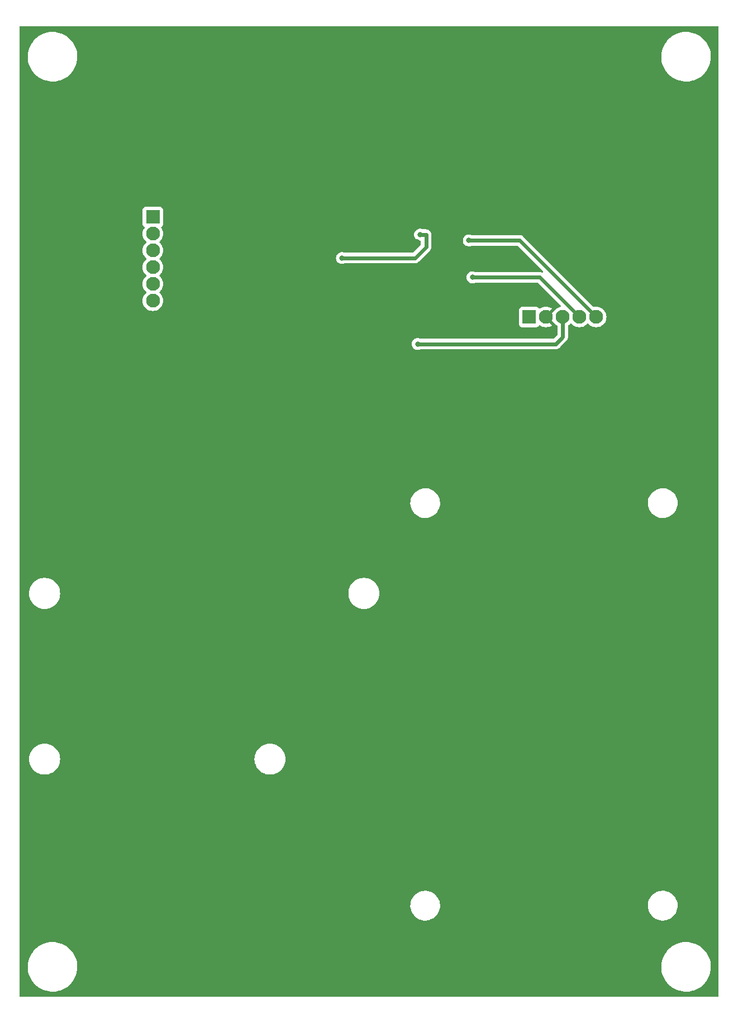
<source format=gbr>
%TF.GenerationSoftware,KiCad,Pcbnew,7.0.1*%
%TF.CreationDate,2023-04-26T11:30:26-04:00*%
%TF.ProjectId,UPenn_OpAmp,5550656e-6e5f-44f7-9041-6d702e6b6963,rev?*%
%TF.SameCoordinates,Original*%
%TF.FileFunction,Copper,L2,Bot*%
%TF.FilePolarity,Positive*%
%FSLAX46Y46*%
G04 Gerber Fmt 4.6, Leading zero omitted, Abs format (unit mm)*
G04 Created by KiCad (PCBNEW 7.0.1) date 2023-04-26 11:30:26*
%MOMM*%
%LPD*%
G01*
G04 APERTURE LIST*
%TA.AperFunction,ComponentPad*%
%ADD10R,2.100000X2.100000*%
%TD*%
%TA.AperFunction,ComponentPad*%
%ADD11C,2.100000*%
%TD*%
%TA.AperFunction,ViaPad*%
%ADD12C,0.800000*%
%TD*%
%TA.AperFunction,Conductor*%
%ADD13C,0.600000*%
%TD*%
G04 APERTURE END LIST*
D10*
%TO.P,J2,1,Pin_1*%
%TO.N,VCC*%
X130054000Y-71300000D03*
D11*
%TO.P,J2,2,Pin_2*%
%TO.N,GND*%
X132594000Y-71300000D03*
%TO.P,J2,3,Pin_3*%
%TO.N,/Vout0*%
X135134000Y-71300000D03*
%TO.P,J2,4,Pin_4*%
%TO.N,/Vout1*%
X137674000Y-71300000D03*
%TO.P,J2,5,Pin_5*%
%TO.N,/Vout2*%
X140214000Y-71300000D03*
%TD*%
D10*
%TO.P,J1,1,Pin_1*%
%TO.N,/Vin2-*%
X73024000Y-56147500D03*
D11*
%TO.P,J1,2,Pin_2*%
%TO.N,/Vin2+*%
X73024000Y-58687500D03*
%TO.P,J1,3,Pin_3*%
%TO.N,/Vin1-*%
X73024000Y-61227500D03*
%TO.P,J1,4,Pin_4*%
%TO.N,/Vin1+*%
X73024000Y-63767500D03*
%TO.P,J1,5,Pin_5*%
%TO.N,/Vin0-*%
X73024000Y-66307500D03*
%TO.P,J1,6,Pin_6*%
%TO.N,/Vin0+*%
X73024000Y-68847500D03*
%TD*%
D12*
%TO.N,GND*%
X99079000Y-48442500D03*
X95629000Y-66654000D03*
X100797000Y-66654000D03*
X115429000Y-72312500D03*
X98164000Y-82759000D03*
X111559000Y-72322500D03*
X99559000Y-44512500D03*
X118929000Y-69472500D03*
X87864000Y-50357500D03*
X83419000Y-46572500D03*
X113082000Y-59900000D03*
X108627000Y-87304000D03*
X150443500Y-58600000D03*
X149599500Y-61439800D03*
X98874000Y-62797500D03*
X109619000Y-79379000D03*
X90291500Y-74025100D03*
X99529000Y-32252500D03*
X101859000Y-41612500D03*
X95709000Y-48522500D03*
X89184000Y-96834500D03*
X80069000Y-38942500D03*
X124289000Y-57102500D03*
X96581000Y-62500000D03*
X113672000Y-50900000D03*
X106794000Y-68200000D03*
X103524000Y-91067500D03*
X103089000Y-32202500D03*
X124079000Y-52762500D03*
X101809000Y-48492500D03*
X92319000Y-48522500D03*
X87514000Y-66957500D03*
X106851000Y-71438000D03*
X103524000Y-89867500D03*
X89189000Y-81254500D03*
X149650000Y-64216000D03*
X116169000Y-64302500D03*
X98124000Y-81267500D03*
X138051000Y-48179000D03*
X98206000Y-66654000D03*
%TO.N,Net-(U5-+)*%
X101679000Y-62372500D03*
X113519000Y-58832500D03*
%TO.N,/Vout0*%
X113155000Y-75400000D03*
%TO.N,/Vout1*%
X121462000Y-65300000D03*
%TO.N,/Vout2*%
X120914000Y-59700000D03*
%TD*%
D13*
%TO.N,Net-(U5-+)*%
X113459000Y-58822500D02*
X114412000Y-58822500D01*
X114412000Y-58822500D02*
X114419000Y-58829500D01*
X114419000Y-60682500D02*
X112729000Y-62372500D01*
X114419000Y-58829500D02*
X114419000Y-60682500D01*
X101679000Y-62372500D02*
X112729000Y-62372500D01*
%TO.N,/Vout0*%
X113155000Y-75400000D02*
X134070000Y-75400000D01*
X134070000Y-75400000D02*
X135134000Y-74336000D01*
X135134000Y-74336000D02*
X135134000Y-71300000D01*
%TO.N,/Vout1*%
X131674000Y-65300000D02*
X137674000Y-71300000D01*
X121462000Y-65300000D02*
X131674000Y-65300000D01*
%TO.N,/Vout2*%
X120914000Y-59700000D02*
X128614000Y-59700000D01*
X128614000Y-59700000D02*
X140214000Y-71300000D01*
%TD*%
%TA.AperFunction,Conductor*%
%TO.N,GND*%
G36*
X158672100Y-27242513D02*
G01*
X158717487Y-27287900D01*
X158734100Y-27349900D01*
X158734100Y-174180100D01*
X158717487Y-174242100D01*
X158672100Y-174287487D01*
X158610100Y-174304100D01*
X52947900Y-174304100D01*
X52885900Y-174287487D01*
X52840513Y-174242100D01*
X52823900Y-174180100D01*
X52823900Y-169686300D01*
X54066766Y-169686300D01*
X54076722Y-170072828D01*
X54126367Y-170456286D01*
X54215176Y-170832600D01*
X54342211Y-171197797D01*
X54506117Y-171547987D01*
X54705162Y-171879469D01*
X54705164Y-171879472D01*
X54705165Y-171879473D01*
X54937241Y-172188734D01*
X55199885Y-172472495D01*
X55490314Y-172727745D01*
X55805449Y-172951781D01*
X55805453Y-172951783D01*
X56141949Y-173142228D01*
X56496242Y-173297063D01*
X56496247Y-173297065D01*
X56864588Y-173414652D01*
X57243067Y-173493743D01*
X57627673Y-173533500D01*
X57917582Y-173533500D01*
X57917589Y-173533500D01*
X58207142Y-173518574D01*
X58589191Y-173459072D01*
X58757861Y-173414652D01*
X58963092Y-173360604D01*
X58996936Y-173347844D01*
X59324896Y-173224209D01*
X59497883Y-173137744D01*
X59670751Y-173051340D01*
X59996998Y-172843826D01*
X59996999Y-172843825D01*
X59997004Y-172843822D01*
X60300187Y-172603860D01*
X60577091Y-172333997D01*
X60577091Y-172333996D01*
X60577095Y-172333993D01*
X60824777Y-172037095D01*
X60930835Y-171879469D01*
X61040627Y-171716294D01*
X61222346Y-171375002D01*
X61368009Y-171016834D01*
X61476074Y-170645587D01*
X61545394Y-170265197D01*
X61575234Y-169879696D01*
X61570253Y-169686300D01*
X150078766Y-169686300D01*
X150088722Y-170072828D01*
X150138367Y-170456286D01*
X150227176Y-170832600D01*
X150354211Y-171197797D01*
X150518117Y-171547987D01*
X150717162Y-171879469D01*
X150717164Y-171879472D01*
X150717165Y-171879473D01*
X150949241Y-172188734D01*
X151211885Y-172472495D01*
X151502314Y-172727745D01*
X151817449Y-172951781D01*
X151817453Y-172951783D01*
X152153949Y-173142228D01*
X152508242Y-173297063D01*
X152508247Y-173297065D01*
X152876588Y-173414652D01*
X153255067Y-173493743D01*
X153639673Y-173533500D01*
X153929582Y-173533500D01*
X153929589Y-173533500D01*
X154219142Y-173518574D01*
X154601191Y-173459072D01*
X154769861Y-173414652D01*
X154975092Y-173360604D01*
X155008936Y-173347844D01*
X155336896Y-173224209D01*
X155509883Y-173137744D01*
X155682751Y-173051340D01*
X156008998Y-172843826D01*
X156008999Y-172843825D01*
X156009004Y-172843822D01*
X156312187Y-172603860D01*
X156589091Y-172333997D01*
X156589091Y-172333996D01*
X156589095Y-172333993D01*
X156836777Y-172037095D01*
X156942835Y-171879469D01*
X157052627Y-171716294D01*
X157234346Y-171375002D01*
X157380009Y-171016834D01*
X157488074Y-170645587D01*
X157557394Y-170265197D01*
X157587234Y-169879696D01*
X157577278Y-169493169D01*
X157527633Y-169109715D01*
X157438823Y-168733398D01*
X157311790Y-168368206D01*
X157147882Y-168018012D01*
X156948835Y-167686527D01*
X156716759Y-167377266D01*
X156454115Y-167093505D01*
X156163686Y-166838255D01*
X155848551Y-166614219D01*
X155848546Y-166614216D01*
X155512050Y-166423771D01*
X155157757Y-166268936D01*
X154789410Y-166151347D01*
X154410935Y-166072257D01*
X154218630Y-166052378D01*
X154026327Y-166032500D01*
X153736411Y-166032500D01*
X153533723Y-166042948D01*
X153446855Y-166047426D01*
X153064802Y-166106929D01*
X152690907Y-166205395D01*
X152329098Y-166341793D01*
X151983248Y-166514659D01*
X151657001Y-166722173D01*
X151353810Y-166962142D01*
X151076904Y-167232006D01*
X150829222Y-167528904D01*
X150613372Y-167849707D01*
X150431653Y-168190998D01*
X150285993Y-168549160D01*
X150177925Y-168920415D01*
X150108605Y-169300805D01*
X150078766Y-169686300D01*
X61570253Y-169686300D01*
X61565278Y-169493169D01*
X61515633Y-169109715D01*
X61426823Y-168733398D01*
X61299790Y-168368206D01*
X61135882Y-168018012D01*
X60936835Y-167686527D01*
X60704759Y-167377266D01*
X60442115Y-167093505D01*
X60151686Y-166838255D01*
X59836551Y-166614219D01*
X59836546Y-166614216D01*
X59500050Y-166423771D01*
X59145757Y-166268936D01*
X58777410Y-166151347D01*
X58398935Y-166072257D01*
X58206630Y-166052378D01*
X58014327Y-166032500D01*
X57724411Y-166032500D01*
X57521723Y-166042948D01*
X57434855Y-166047426D01*
X57052802Y-166106929D01*
X56678907Y-166205395D01*
X56317098Y-166341793D01*
X55971248Y-166514659D01*
X55645001Y-166722173D01*
X55341810Y-166962142D01*
X55064904Y-167232006D01*
X54817222Y-167528904D01*
X54601372Y-167849707D01*
X54419653Y-168190998D01*
X54273993Y-168549160D01*
X54165925Y-168920415D01*
X54096605Y-169300805D01*
X54066766Y-169686300D01*
X52823900Y-169686300D01*
X52823900Y-160585372D01*
X112045723Y-160585372D01*
X112075881Y-160885160D01*
X112145731Y-161178262D01*
X112254021Y-161459432D01*
X112327750Y-161593970D01*
X112398825Y-161723665D01*
X112577554Y-161966238D01*
X112787020Y-162182824D01*
X113023485Y-162369558D01*
X113282730Y-162523109D01*
X113560128Y-162640736D01*
X113560129Y-162640736D01*
X113560131Y-162640737D01*
X113624179Y-162658281D01*
X113850729Y-162720340D01*
X114149347Y-162760500D01*
X114375244Y-162760500D01*
X114375246Y-162760500D01*
X114600635Y-162745412D01*
X114723994Y-162720338D01*
X114895903Y-162685396D01*
X115180537Y-162586560D01*
X115449459Y-162450668D01*
X115697869Y-162280144D01*
X115921333Y-162078032D01*
X116115865Y-161847939D01*
X116277993Y-161593970D01*
X116404823Y-161320658D01*
X116494093Y-161032879D01*
X116544209Y-160735770D01*
X116549237Y-160585372D01*
X148045723Y-160585372D01*
X148075881Y-160885160D01*
X148145731Y-161178262D01*
X148254021Y-161459432D01*
X148327750Y-161593970D01*
X148398825Y-161723665D01*
X148577554Y-161966238D01*
X148787020Y-162182824D01*
X149023485Y-162369558D01*
X149282730Y-162523109D01*
X149560128Y-162640736D01*
X149560129Y-162640736D01*
X149560131Y-162640737D01*
X149624179Y-162658281D01*
X149850729Y-162720340D01*
X150149347Y-162760500D01*
X150375244Y-162760500D01*
X150375246Y-162760500D01*
X150600635Y-162745412D01*
X150723994Y-162720338D01*
X150895903Y-162685396D01*
X151180537Y-162586560D01*
X151449459Y-162450668D01*
X151697869Y-162280144D01*
X151921333Y-162078032D01*
X152115865Y-161847939D01*
X152277993Y-161593970D01*
X152404823Y-161320658D01*
X152494093Y-161032879D01*
X152544209Y-160735770D01*
X152554277Y-160434631D01*
X152524118Y-160134838D01*
X152454269Y-159841739D01*
X152399425Y-159699339D01*
X152345978Y-159560567D01*
X152201175Y-159296335D01*
X152022445Y-159053761D01*
X151812979Y-158837175D01*
X151576514Y-158650441D01*
X151439568Y-158569328D01*
X151317270Y-158496891D01*
X151135671Y-158419886D01*
X151039868Y-158379262D01*
X150749275Y-158299661D01*
X150749274Y-158299660D01*
X150749271Y-158299660D01*
X150450653Y-158259500D01*
X150224756Y-158259500D01*
X150224754Y-158259500D01*
X149999364Y-158274587D01*
X149704098Y-158334603D01*
X149419459Y-158433441D01*
X149150546Y-158569328D01*
X148902127Y-158739858D01*
X148678668Y-158941966D01*
X148484135Y-159172061D01*
X148322005Y-159426032D01*
X148195178Y-159699339D01*
X148105907Y-159987120D01*
X148055791Y-160284230D01*
X148045723Y-160585372D01*
X116549237Y-160585372D01*
X116554277Y-160434631D01*
X116524118Y-160134838D01*
X116454269Y-159841739D01*
X116399425Y-159699339D01*
X116345978Y-159560567D01*
X116201175Y-159296335D01*
X116022445Y-159053761D01*
X115812979Y-158837175D01*
X115576514Y-158650441D01*
X115439568Y-158569328D01*
X115317270Y-158496891D01*
X115135671Y-158419886D01*
X115039868Y-158379262D01*
X114749275Y-158299661D01*
X114749274Y-158299660D01*
X114749271Y-158299660D01*
X114450653Y-158259500D01*
X114224756Y-158259500D01*
X114224754Y-158259500D01*
X113999364Y-158274587D01*
X113704098Y-158334603D01*
X113419459Y-158433441D01*
X113150546Y-158569328D01*
X112902127Y-158739858D01*
X112678668Y-158941966D01*
X112484135Y-159172061D01*
X112322005Y-159426032D01*
X112195178Y-159699339D01*
X112105907Y-159987120D01*
X112055791Y-160284230D01*
X112045723Y-160585372D01*
X52823900Y-160585372D01*
X52823900Y-138309999D01*
X54262457Y-138309999D01*
X54282609Y-138617466D01*
X54342719Y-138919659D01*
X54441760Y-139211424D01*
X54578039Y-139487770D01*
X54578040Y-139487772D01*
X54749222Y-139743964D01*
X54952380Y-139975620D01*
X55184036Y-140178778D01*
X55440229Y-140349960D01*
X55716575Y-140486239D01*
X56008340Y-140585280D01*
X56310533Y-140645390D01*
X56310535Y-140645390D01*
X56310540Y-140645391D01*
X56541059Y-140660500D01*
X56694933Y-140660500D01*
X56694941Y-140660500D01*
X56925460Y-140645391D01*
X56925464Y-140645390D01*
X56925466Y-140645390D01*
X57227659Y-140585280D01*
X57519424Y-140486239D01*
X57519423Y-140486239D01*
X57519427Y-140486238D01*
X57795771Y-140349960D01*
X58051964Y-140178778D01*
X58283620Y-139975620D01*
X58486778Y-139743964D01*
X58657960Y-139487772D01*
X58794238Y-139211427D01*
X58893280Y-138919659D01*
X58953391Y-138617460D01*
X58973543Y-138310000D01*
X88422457Y-138310000D01*
X88442609Y-138617466D01*
X88502719Y-138919659D01*
X88601760Y-139211424D01*
X88738039Y-139487770D01*
X88738040Y-139487772D01*
X88909222Y-139743964D01*
X89112380Y-139975620D01*
X89344036Y-140178778D01*
X89600229Y-140349960D01*
X89876575Y-140486239D01*
X90168340Y-140585280D01*
X90470533Y-140645390D01*
X90470535Y-140645390D01*
X90470540Y-140645391D01*
X90701059Y-140660500D01*
X90854933Y-140660500D01*
X90854941Y-140660500D01*
X91085460Y-140645391D01*
X91085464Y-140645390D01*
X91085466Y-140645390D01*
X91387659Y-140585280D01*
X91679424Y-140486239D01*
X91679423Y-140486239D01*
X91679427Y-140486238D01*
X91955771Y-140349960D01*
X92211964Y-140178778D01*
X92443620Y-139975620D01*
X92646778Y-139743964D01*
X92817960Y-139487772D01*
X92954238Y-139211427D01*
X93053280Y-138919659D01*
X93113391Y-138617460D01*
X93133543Y-138310000D01*
X93113391Y-138002540D01*
X93053280Y-137700341D01*
X92954238Y-137408574D01*
X92817960Y-137132229D01*
X92646778Y-136876036D01*
X92646777Y-136876035D01*
X92443620Y-136644380D01*
X92211964Y-136441222D01*
X91955771Y-136270040D01*
X91955772Y-136270040D01*
X91955770Y-136270039D01*
X91679424Y-136133760D01*
X91387659Y-136034719D01*
X91085466Y-135974609D01*
X90986666Y-135968133D01*
X90854941Y-135959500D01*
X90701059Y-135959500D01*
X90578115Y-135967558D01*
X90470533Y-135974609D01*
X90168340Y-136034719D01*
X89876575Y-136133760D01*
X89600229Y-136270039D01*
X89344036Y-136441221D01*
X89112380Y-136644380D01*
X88909221Y-136876035D01*
X88738039Y-137132228D01*
X88601760Y-137408574D01*
X88502719Y-137700340D01*
X88442609Y-138002533D01*
X88422457Y-138310000D01*
X58973543Y-138310000D01*
X58953391Y-138002540D01*
X58893280Y-137700341D01*
X58794238Y-137408574D01*
X58657960Y-137132229D01*
X58486778Y-136876036D01*
X58486777Y-136876035D01*
X58283620Y-136644380D01*
X58051964Y-136441222D01*
X57795771Y-136270040D01*
X57795772Y-136270040D01*
X57795770Y-136270039D01*
X57519424Y-136133760D01*
X57227659Y-136034719D01*
X56925466Y-135974609D01*
X56826666Y-135968133D01*
X56694941Y-135959500D01*
X56541059Y-135959500D01*
X56418115Y-135967558D01*
X56310533Y-135974609D01*
X56008340Y-136034719D01*
X55716575Y-136133760D01*
X55440229Y-136270039D01*
X55184036Y-136441221D01*
X54952380Y-136644380D01*
X54749221Y-136876035D01*
X54578039Y-137132228D01*
X54441760Y-137408574D01*
X54342719Y-137700340D01*
X54282609Y-138002533D01*
X54262457Y-138309999D01*
X52823900Y-138309999D01*
X52823900Y-113199999D01*
X54262457Y-113199999D01*
X54282609Y-113507466D01*
X54342719Y-113809659D01*
X54441760Y-114101424D01*
X54578039Y-114377770D01*
X54578040Y-114377772D01*
X54749222Y-114633964D01*
X54952380Y-114865620D01*
X55184036Y-115068778D01*
X55440229Y-115239960D01*
X55716575Y-115376239D01*
X56008340Y-115475280D01*
X56310533Y-115535390D01*
X56310535Y-115535390D01*
X56310540Y-115535391D01*
X56541059Y-115550500D01*
X56694933Y-115550500D01*
X56694941Y-115550500D01*
X56925460Y-115535391D01*
X56925464Y-115535390D01*
X56925466Y-115535390D01*
X57227659Y-115475280D01*
X57519424Y-115376239D01*
X57519423Y-115376239D01*
X57519427Y-115376238D01*
X57795771Y-115239960D01*
X58051964Y-115068778D01*
X58283620Y-114865620D01*
X58486778Y-114633964D01*
X58657960Y-114377772D01*
X58794238Y-114101427D01*
X58893280Y-113809659D01*
X58953391Y-113507460D01*
X58973543Y-113200000D01*
X102652457Y-113200000D01*
X102672609Y-113507466D01*
X102732719Y-113809659D01*
X102831760Y-114101424D01*
X102968039Y-114377770D01*
X102968040Y-114377772D01*
X103139222Y-114633964D01*
X103342380Y-114865620D01*
X103574036Y-115068778D01*
X103830229Y-115239960D01*
X104106575Y-115376239D01*
X104398340Y-115475280D01*
X104700533Y-115535390D01*
X104700535Y-115535390D01*
X104700540Y-115535391D01*
X104931059Y-115550500D01*
X105084933Y-115550500D01*
X105084941Y-115550500D01*
X105315460Y-115535391D01*
X105315464Y-115535390D01*
X105315466Y-115535390D01*
X105617659Y-115475280D01*
X105909424Y-115376239D01*
X105909423Y-115376239D01*
X105909427Y-115376238D01*
X106185771Y-115239960D01*
X106441964Y-115068778D01*
X106673620Y-114865620D01*
X106876778Y-114633964D01*
X107047960Y-114377772D01*
X107184238Y-114101427D01*
X107283280Y-113809659D01*
X107343391Y-113507460D01*
X107363543Y-113200000D01*
X107343391Y-112892540D01*
X107283280Y-112590341D01*
X107184238Y-112298574D01*
X107047960Y-112022229D01*
X106876778Y-111766036D01*
X106876777Y-111766035D01*
X106673620Y-111534380D01*
X106441964Y-111331222D01*
X106185771Y-111160040D01*
X106185772Y-111160040D01*
X106185770Y-111160039D01*
X105909424Y-111023760D01*
X105617659Y-110924719D01*
X105315466Y-110864609D01*
X105216666Y-110858133D01*
X105084941Y-110849500D01*
X104931059Y-110849500D01*
X104808115Y-110857558D01*
X104700533Y-110864609D01*
X104398340Y-110924719D01*
X104106575Y-111023760D01*
X103830229Y-111160039D01*
X103574036Y-111331221D01*
X103342380Y-111534380D01*
X103139221Y-111766035D01*
X102968039Y-112022228D01*
X102831760Y-112298574D01*
X102732719Y-112590340D01*
X102672609Y-112892533D01*
X102652457Y-113200000D01*
X58973543Y-113200000D01*
X58953391Y-112892540D01*
X58893280Y-112590341D01*
X58794238Y-112298574D01*
X58657960Y-112022229D01*
X58486778Y-111766036D01*
X58486777Y-111766035D01*
X58283620Y-111534380D01*
X58051964Y-111331222D01*
X57795771Y-111160040D01*
X57795772Y-111160040D01*
X57795770Y-111160039D01*
X57519424Y-111023760D01*
X57227659Y-110924719D01*
X56925466Y-110864609D01*
X56826666Y-110858133D01*
X56694941Y-110849500D01*
X56541059Y-110849500D01*
X56418115Y-110857558D01*
X56310533Y-110864609D01*
X56008340Y-110924719D01*
X55716575Y-111023760D01*
X55440229Y-111160039D01*
X55184036Y-111331221D01*
X54952380Y-111534380D01*
X54749221Y-111766035D01*
X54578039Y-112022228D01*
X54441760Y-112298574D01*
X54342719Y-112590340D01*
X54282609Y-112892533D01*
X54262457Y-113199999D01*
X52823900Y-113199999D01*
X52823900Y-99585372D01*
X112045723Y-99585372D01*
X112075881Y-99885160D01*
X112145731Y-100178262D01*
X112254021Y-100459432D01*
X112327750Y-100593970D01*
X112398825Y-100723665D01*
X112577554Y-100966238D01*
X112787020Y-101182824D01*
X113023485Y-101369558D01*
X113282730Y-101523109D01*
X113560128Y-101640736D01*
X113560129Y-101640736D01*
X113560131Y-101640737D01*
X113624179Y-101658281D01*
X113850729Y-101720340D01*
X114149347Y-101760500D01*
X114375244Y-101760500D01*
X114375246Y-101760500D01*
X114600635Y-101745412D01*
X114723994Y-101720338D01*
X114895903Y-101685396D01*
X115180537Y-101586560D01*
X115449459Y-101450668D01*
X115697869Y-101280144D01*
X115921333Y-101078032D01*
X116115865Y-100847939D01*
X116277993Y-100593970D01*
X116404823Y-100320658D01*
X116494093Y-100032879D01*
X116544209Y-99735770D01*
X116549237Y-99585372D01*
X148045723Y-99585372D01*
X148075881Y-99885160D01*
X148145731Y-100178262D01*
X148254021Y-100459432D01*
X148327750Y-100593970D01*
X148398825Y-100723665D01*
X148577554Y-100966238D01*
X148787020Y-101182824D01*
X149023485Y-101369558D01*
X149282730Y-101523109D01*
X149560128Y-101640736D01*
X149560129Y-101640736D01*
X149560131Y-101640737D01*
X149624179Y-101658281D01*
X149850729Y-101720340D01*
X150149347Y-101760500D01*
X150375244Y-101760500D01*
X150375246Y-101760500D01*
X150600635Y-101745412D01*
X150723994Y-101720338D01*
X150895903Y-101685396D01*
X151180537Y-101586560D01*
X151449459Y-101450668D01*
X151697869Y-101280144D01*
X151921333Y-101078032D01*
X152115865Y-100847939D01*
X152277993Y-100593970D01*
X152404823Y-100320658D01*
X152494093Y-100032879D01*
X152544209Y-99735770D01*
X152554277Y-99434631D01*
X152524118Y-99134838D01*
X152454269Y-98841739D01*
X152399425Y-98699339D01*
X152345978Y-98560567D01*
X152201175Y-98296335D01*
X152022445Y-98053761D01*
X151812979Y-97837175D01*
X151576514Y-97650441D01*
X151439568Y-97569328D01*
X151317270Y-97496891D01*
X151135671Y-97419886D01*
X151039868Y-97379262D01*
X150749275Y-97299661D01*
X150749274Y-97299660D01*
X150749271Y-97299660D01*
X150450653Y-97259500D01*
X150224756Y-97259500D01*
X150224754Y-97259500D01*
X149999364Y-97274587D01*
X149704098Y-97334603D01*
X149419459Y-97433441D01*
X149150546Y-97569328D01*
X148902127Y-97739858D01*
X148678668Y-97941966D01*
X148484135Y-98172061D01*
X148322005Y-98426032D01*
X148195178Y-98699339D01*
X148105907Y-98987120D01*
X148055791Y-99284230D01*
X148045723Y-99585372D01*
X116549237Y-99585372D01*
X116554277Y-99434631D01*
X116524118Y-99134838D01*
X116454269Y-98841739D01*
X116399425Y-98699339D01*
X116345978Y-98560567D01*
X116201175Y-98296335D01*
X116022445Y-98053761D01*
X115812979Y-97837175D01*
X115576514Y-97650441D01*
X115439568Y-97569328D01*
X115317270Y-97496891D01*
X115135671Y-97419886D01*
X115039868Y-97379262D01*
X114749275Y-97299661D01*
X114749274Y-97299660D01*
X114749271Y-97299660D01*
X114450653Y-97259500D01*
X114224756Y-97259500D01*
X114224754Y-97259500D01*
X113999364Y-97274587D01*
X113704098Y-97334603D01*
X113419459Y-97433441D01*
X113150546Y-97569328D01*
X112902127Y-97739858D01*
X112678668Y-97941966D01*
X112484135Y-98172061D01*
X112322005Y-98426032D01*
X112195178Y-98699339D01*
X112105907Y-98987120D01*
X112055791Y-99284230D01*
X112045723Y-99585372D01*
X52823900Y-99585372D01*
X52823900Y-75400000D01*
X112249540Y-75400000D01*
X112269326Y-75588257D01*
X112327820Y-75768284D01*
X112422466Y-75932216D01*
X112549129Y-76072889D01*
X112702269Y-76184151D01*
X112875197Y-76261144D01*
X113060352Y-76300500D01*
X113060354Y-76300500D01*
X113249646Y-76300500D01*
X113249648Y-76300500D01*
X113373083Y-76274262D01*
X113434803Y-76261144D01*
X113546930Y-76211221D01*
X113597367Y-76200500D01*
X134160195Y-76200500D01*
X134171009Y-76198031D01*
X134197520Y-76191980D01*
X134211197Y-76189655D01*
X134249255Y-76185368D01*
X134285399Y-76172720D01*
X134298721Y-76168882D01*
X134336061Y-76160360D01*
X134370549Y-76143750D01*
X134383391Y-76138431D01*
X134419522Y-76125789D01*
X134451932Y-76105423D01*
X134464103Y-76098697D01*
X134498587Y-76082091D01*
X134528515Y-76058222D01*
X134539834Y-76050190D01*
X134572262Y-76029816D01*
X134699816Y-75902262D01*
X134758396Y-75843682D01*
X134758398Y-75843678D01*
X135731826Y-74870252D01*
X135768605Y-74833473D01*
X135770629Y-74827418D01*
X135784186Y-74805842D01*
X135792216Y-74794523D01*
X135816091Y-74764587D01*
X135832698Y-74730100D01*
X135839426Y-74717928D01*
X135859789Y-74685522D01*
X135872431Y-74649391D01*
X135877751Y-74636549D01*
X135894360Y-74602061D01*
X135902882Y-74564721D01*
X135906720Y-74551399D01*
X135919368Y-74515255D01*
X135923655Y-74477197D01*
X135925980Y-74463520D01*
X135934500Y-74426194D01*
X135934500Y-74245806D01*
X135934500Y-72697365D01*
X135950310Y-72636776D01*
X135993710Y-72591638D01*
X135999755Y-72587933D01*
X136048179Y-72558259D01*
X136233759Y-72399759D01*
X136309711Y-72310829D01*
X136352086Y-72278753D01*
X136404000Y-72267363D01*
X136455914Y-72278753D01*
X136498288Y-72310829D01*
X136574241Y-72399759D01*
X136759821Y-72558259D01*
X136833754Y-72603565D01*
X136967911Y-72685778D01*
X137193384Y-72779171D01*
X137193387Y-72779171D01*
X137193388Y-72779172D01*
X137430698Y-72836146D01*
X137674000Y-72855294D01*
X137917302Y-72836146D01*
X138154612Y-72779172D01*
X138154613Y-72779171D01*
X138154615Y-72779171D01*
X138380088Y-72685778D01*
X138460051Y-72636776D01*
X138588179Y-72558259D01*
X138773759Y-72399759D01*
X138849711Y-72310829D01*
X138892086Y-72278753D01*
X138944000Y-72267363D01*
X138995914Y-72278753D01*
X139038288Y-72310829D01*
X139114241Y-72399759D01*
X139299821Y-72558259D01*
X139373754Y-72603565D01*
X139507911Y-72685778D01*
X139733384Y-72779171D01*
X139733387Y-72779171D01*
X139733388Y-72779172D01*
X139970698Y-72836146D01*
X140214000Y-72855294D01*
X140457302Y-72836146D01*
X140694612Y-72779172D01*
X140694613Y-72779171D01*
X140694615Y-72779171D01*
X140920088Y-72685778D01*
X141000051Y-72636776D01*
X141128179Y-72558259D01*
X141313759Y-72399759D01*
X141472259Y-72214179D01*
X141599777Y-72006089D01*
X141599778Y-72006088D01*
X141693171Y-71780615D01*
X141693172Y-71780612D01*
X141750146Y-71543302D01*
X141769294Y-71300000D01*
X141750146Y-71056698D01*
X141693172Y-70819388D01*
X141693171Y-70819387D01*
X141693171Y-70819384D01*
X141599778Y-70593911D01*
X141482659Y-70402793D01*
X141472259Y-70385821D01*
X141313759Y-70200241D01*
X141128179Y-70041741D01*
X141054245Y-69996434D01*
X140920088Y-69914221D01*
X140694615Y-69820828D01*
X140457303Y-69763854D01*
X140214000Y-69744706D01*
X139970696Y-69763854D01*
X139908580Y-69778767D01*
X139845974Y-69777537D01*
X139791952Y-69745874D01*
X129116262Y-59070184D01*
X129083850Y-59049818D01*
X129072510Y-59041772D01*
X129042586Y-59017908D01*
X129008095Y-59001298D01*
X128995933Y-58994576D01*
X128980327Y-58984770D01*
X128963520Y-58974209D01*
X128927398Y-58961570D01*
X128914553Y-58956250D01*
X128880058Y-58939638D01*
X128842736Y-58931119D01*
X128829380Y-58927272D01*
X128793252Y-58914631D01*
X128755219Y-58910345D01*
X128741518Y-58908017D01*
X128704196Y-58899500D01*
X128704194Y-58899500D01*
X128658954Y-58899500D01*
X121356367Y-58899500D01*
X121305931Y-58888779D01*
X121193802Y-58838855D01*
X121008648Y-58799500D01*
X121008646Y-58799500D01*
X120819354Y-58799500D01*
X120819352Y-58799500D01*
X120634197Y-58838855D01*
X120461269Y-58915848D01*
X120308129Y-59027110D01*
X120181466Y-59167783D01*
X120086820Y-59331715D01*
X120028326Y-59511742D01*
X120008540Y-59700000D01*
X120028326Y-59888257D01*
X120086820Y-60068284D01*
X120181466Y-60232216D01*
X120308129Y-60372889D01*
X120461269Y-60484151D01*
X120634197Y-60561144D01*
X120819352Y-60600500D01*
X120819354Y-60600500D01*
X121008646Y-60600500D01*
X121008648Y-60600500D01*
X121132084Y-60574262D01*
X121193803Y-60561144D01*
X121305930Y-60511221D01*
X121356367Y-60500500D01*
X128231060Y-60500500D01*
X128278513Y-60509939D01*
X128318741Y-60536819D01*
X132151008Y-64369086D01*
X132183569Y-64426469D01*
X132182088Y-64492429D01*
X132146986Y-64548294D01*
X132088200Y-64578247D01*
X132022372Y-64573808D01*
X131987398Y-64561570D01*
X131974553Y-64556250D01*
X131940058Y-64539638D01*
X131902736Y-64531119D01*
X131889380Y-64527272D01*
X131853252Y-64514631D01*
X131815219Y-64510345D01*
X131801518Y-64508017D01*
X131764196Y-64499500D01*
X131764194Y-64499500D01*
X131718954Y-64499500D01*
X121904367Y-64499500D01*
X121853931Y-64488779D01*
X121741802Y-64438855D01*
X121556648Y-64399500D01*
X121556646Y-64399500D01*
X121367354Y-64399500D01*
X121367352Y-64399500D01*
X121182197Y-64438855D01*
X121009269Y-64515848D01*
X120856129Y-64627110D01*
X120729466Y-64767783D01*
X120634820Y-64931715D01*
X120576326Y-65111742D01*
X120556540Y-65300000D01*
X120576326Y-65488257D01*
X120634820Y-65668284D01*
X120729466Y-65832216D01*
X120856129Y-65972889D01*
X121009269Y-66084151D01*
X121182197Y-66161144D01*
X121367352Y-66200500D01*
X121367354Y-66200500D01*
X121556646Y-66200500D01*
X121556648Y-66200500D01*
X121680084Y-66174262D01*
X121741803Y-66161144D01*
X121853930Y-66111221D01*
X121904367Y-66100500D01*
X131291060Y-66100500D01*
X131338513Y-66109939D01*
X131378741Y-66136819D01*
X134826931Y-69585009D01*
X134859232Y-69641381D01*
X134858595Y-69706348D01*
X134825193Y-69762076D01*
X134768198Y-69793264D01*
X134653383Y-69820828D01*
X134427911Y-69914221D01*
X134219822Y-70041740D01*
X134034241Y-70200241D01*
X133912090Y-70343261D01*
X133885035Y-70362515D01*
X132947553Y-71300000D01*
X133885041Y-72237489D01*
X133912088Y-72256736D01*
X134034241Y-72399759D01*
X134219821Y-72558259D01*
X134263407Y-72584968D01*
X134274290Y-72591638D01*
X134317690Y-72636776D01*
X134333500Y-72697365D01*
X134333500Y-73953060D01*
X134324061Y-74000513D01*
X134297181Y-74040741D01*
X133774741Y-74563181D01*
X133734513Y-74590061D01*
X133687060Y-74599500D01*
X113597367Y-74599500D01*
X113546931Y-74588779D01*
X113434802Y-74538855D01*
X113249648Y-74499500D01*
X113249646Y-74499500D01*
X113060354Y-74499500D01*
X113060352Y-74499500D01*
X112875197Y-74538855D01*
X112702269Y-74615848D01*
X112549129Y-74727110D01*
X112422466Y-74867783D01*
X112327820Y-75031715D01*
X112269326Y-75211742D01*
X112249540Y-75400000D01*
X52823900Y-75400000D01*
X52823900Y-72397869D01*
X128503500Y-72397869D01*
X128509909Y-72457483D01*
X128560204Y-72592331D01*
X128646454Y-72707546D01*
X128761669Y-72793796D01*
X128896517Y-72844091D01*
X128956127Y-72850500D01*
X131151872Y-72850499D01*
X131211483Y-72844091D01*
X131346331Y-72793796D01*
X131461546Y-72707546D01*
X131539386Y-72603564D01*
X131586338Y-72565452D01*
X131645732Y-72554078D01*
X131703443Y-72572149D01*
X131888137Y-72685329D01*
X132113542Y-72778696D01*
X132350775Y-72835650D01*
X132594000Y-72854792D01*
X132837224Y-72835650D01*
X133074457Y-72778696D01*
X133299862Y-72685329D01*
X133501942Y-72561494D01*
X132328128Y-71387680D01*
X132296034Y-71332092D01*
X132296034Y-71267905D01*
X132328128Y-71212318D01*
X132594000Y-70946447D01*
X133501942Y-70038504D01*
X133299862Y-69914669D01*
X133074457Y-69821303D01*
X132837224Y-69764349D01*
X132594000Y-69745207D01*
X132350775Y-69764349D01*
X132113542Y-69821303D01*
X131888139Y-69914669D01*
X131703442Y-70027851D01*
X131645732Y-70045921D01*
X131586338Y-70034547D01*
X131539387Y-69996434D01*
X131461548Y-69892455D01*
X131346331Y-69806204D01*
X131211483Y-69755909D01*
X131207288Y-69755458D01*
X131151873Y-69749500D01*
X131151869Y-69749500D01*
X128956130Y-69749500D01*
X128896515Y-69755909D01*
X128761669Y-69806204D01*
X128646454Y-69892454D01*
X128560204Y-70007668D01*
X128509909Y-70142516D01*
X128503500Y-70202130D01*
X128503500Y-72397869D01*
X52823900Y-72397869D01*
X52823900Y-68847500D01*
X71468706Y-68847500D01*
X71487854Y-69090803D01*
X71544828Y-69328115D01*
X71638221Y-69553588D01*
X71731834Y-69706348D01*
X71765741Y-69761679D01*
X71924241Y-69947259D01*
X72109821Y-70105759D01*
X72188887Y-70154211D01*
X72317911Y-70233278D01*
X72543384Y-70326671D01*
X72543387Y-70326671D01*
X72543388Y-70326672D01*
X72780698Y-70383646D01*
X73024000Y-70402794D01*
X73267302Y-70383646D01*
X73504612Y-70326672D01*
X73504613Y-70326671D01*
X73504615Y-70326671D01*
X73730088Y-70233278D01*
X73783999Y-70200241D01*
X73938179Y-70105759D01*
X74123759Y-69947259D01*
X74282259Y-69761679D01*
X74409777Y-69553589D01*
X74409778Y-69553588D01*
X74503171Y-69328115D01*
X74503172Y-69328112D01*
X74560146Y-69090802D01*
X74579294Y-68847500D01*
X74560146Y-68604198D01*
X74503172Y-68366888D01*
X74503171Y-68366887D01*
X74503171Y-68366884D01*
X74409778Y-68141411D01*
X74330711Y-68012387D01*
X74282259Y-67933321D01*
X74123759Y-67747741D01*
X74034829Y-67671788D01*
X74002753Y-67629414D01*
X73991363Y-67577500D01*
X74002753Y-67525586D01*
X74034829Y-67483211D01*
X74123759Y-67407259D01*
X74282259Y-67221679D01*
X74409777Y-67013589D01*
X74409778Y-67013588D01*
X74503171Y-66788115D01*
X74503172Y-66788112D01*
X74560146Y-66550802D01*
X74579294Y-66307500D01*
X74560146Y-66064198D01*
X74503172Y-65826888D01*
X74503171Y-65826887D01*
X74503171Y-65826884D01*
X74409778Y-65601411D01*
X74330711Y-65472387D01*
X74282259Y-65393321D01*
X74123759Y-65207741D01*
X74034829Y-65131788D01*
X74002753Y-65089414D01*
X73991363Y-65037500D01*
X74002753Y-64985586D01*
X74034829Y-64943211D01*
X74123759Y-64867259D01*
X74282259Y-64681679D01*
X74387730Y-64509566D01*
X74409778Y-64473588D01*
X74503171Y-64248115D01*
X74503172Y-64248112D01*
X74560146Y-64010802D01*
X74579294Y-63767500D01*
X74560146Y-63524198D01*
X74503172Y-63286888D01*
X74503171Y-63286887D01*
X74503171Y-63286884D01*
X74409778Y-63061411D01*
X74295397Y-62874761D01*
X74282259Y-62853321D01*
X74123759Y-62667741D01*
X74034829Y-62591788D01*
X74002753Y-62549414D01*
X73991363Y-62497500D01*
X74002753Y-62445586D01*
X74034829Y-62403211D01*
X74070788Y-62372500D01*
X100773540Y-62372500D01*
X100793326Y-62560757D01*
X100851820Y-62740784D01*
X100946466Y-62904716D01*
X101073129Y-63045389D01*
X101226269Y-63156651D01*
X101399197Y-63233644D01*
X101584352Y-63273000D01*
X101584354Y-63273000D01*
X101773646Y-63273000D01*
X101773648Y-63273000D01*
X101897084Y-63246762D01*
X101958803Y-63233644D01*
X102070930Y-63183721D01*
X102121367Y-63173000D01*
X112819195Y-63173000D01*
X112830009Y-63170531D01*
X112856520Y-63164480D01*
X112870197Y-63162155D01*
X112908255Y-63157868D01*
X112944399Y-63145220D01*
X112957721Y-63141382D01*
X112995061Y-63132860D01*
X113029549Y-63116250D01*
X113042391Y-63110931D01*
X113078522Y-63098289D01*
X113110932Y-63077923D01*
X113123103Y-63071197D01*
X113157587Y-63054591D01*
X113187515Y-63030722D01*
X113198834Y-63022690D01*
X113231262Y-63002316D01*
X113358816Y-62874762D01*
X113358816Y-62874761D01*
X115016826Y-61216752D01*
X115032819Y-61200757D01*
X115048816Y-61184762D01*
X115069192Y-61152332D01*
X115077209Y-61141034D01*
X115101092Y-61111087D01*
X115117700Y-61076597D01*
X115124427Y-61064427D01*
X115126998Y-61060334D01*
X115144789Y-61032022D01*
X115157432Y-60995885D01*
X115162750Y-60983050D01*
X115179360Y-60948561D01*
X115187882Y-60911221D01*
X115191722Y-60897892D01*
X115204368Y-60861755D01*
X115208655Y-60823697D01*
X115210980Y-60810020D01*
X115219500Y-60772694D01*
X115219500Y-60592306D01*
X115219500Y-58784546D01*
X115219500Y-58739305D01*
X115210980Y-58701981D01*
X115208655Y-58688300D01*
X115204368Y-58650245D01*
X115202268Y-58644244D01*
X115191724Y-58614110D01*
X115187875Y-58600749D01*
X115187324Y-58598337D01*
X115179359Y-58563439D01*
X115162754Y-58528958D01*
X115157433Y-58516114D01*
X115144789Y-58479978D01*
X115124418Y-58447558D01*
X115117698Y-58435399D01*
X115101091Y-58400913D01*
X115101090Y-58400912D01*
X115101090Y-58400911D01*
X115077225Y-58370986D01*
X115069177Y-58359643D01*
X115048816Y-58327238D01*
X115021861Y-58300283D01*
X114921262Y-58199684D01*
X114914262Y-58192684D01*
X114881851Y-58172318D01*
X114870510Y-58164272D01*
X114840586Y-58140408D01*
X114806095Y-58123798D01*
X114793933Y-58117076D01*
X114778327Y-58107270D01*
X114761520Y-58096709D01*
X114725398Y-58084070D01*
X114712553Y-58078750D01*
X114678058Y-58062138D01*
X114640736Y-58053619D01*
X114627380Y-58049772D01*
X114591252Y-58037131D01*
X114553219Y-58032845D01*
X114539518Y-58030517D01*
X114502196Y-58022000D01*
X114502194Y-58022000D01*
X114456954Y-58022000D01*
X113938907Y-58022000D01*
X113888471Y-58011279D01*
X113798802Y-57971355D01*
X113613648Y-57932000D01*
X113613646Y-57932000D01*
X113424354Y-57932000D01*
X113424352Y-57932000D01*
X113239197Y-57971355D01*
X113066269Y-58048348D01*
X112913129Y-58159610D01*
X112786466Y-58300283D01*
X112691820Y-58464215D01*
X112633326Y-58644242D01*
X112613540Y-58832500D01*
X112633326Y-59020757D01*
X112691820Y-59200784D01*
X112786466Y-59364716D01*
X112913129Y-59505389D01*
X113066269Y-59616651D01*
X113239197Y-59693644D01*
X113424352Y-59733000D01*
X113494500Y-59733000D01*
X113556500Y-59749613D01*
X113601887Y-59795000D01*
X113618500Y-59857000D01*
X113618500Y-60299560D01*
X113609061Y-60347013D01*
X113582181Y-60387241D01*
X112433741Y-61535681D01*
X112393513Y-61562561D01*
X112346060Y-61572000D01*
X102121367Y-61572000D01*
X102070931Y-61561279D01*
X101958802Y-61511355D01*
X101773648Y-61472000D01*
X101773646Y-61472000D01*
X101584354Y-61472000D01*
X101584352Y-61472000D01*
X101399197Y-61511355D01*
X101226269Y-61588348D01*
X101073129Y-61699610D01*
X100946466Y-61840283D01*
X100851820Y-62004215D01*
X100793326Y-62184242D01*
X100773540Y-62372500D01*
X74070788Y-62372500D01*
X74123759Y-62327259D01*
X74282259Y-62141679D01*
X74409777Y-61933589D01*
X74409778Y-61933588D01*
X74503171Y-61708115D01*
X74503172Y-61708112D01*
X74560146Y-61470802D01*
X74579294Y-61227500D01*
X74560146Y-60984198D01*
X74503172Y-60746888D01*
X74503171Y-60746887D01*
X74503171Y-60746884D01*
X74409778Y-60521411D01*
X74305301Y-60350922D01*
X74282259Y-60313321D01*
X74123759Y-60127741D01*
X74034829Y-60051787D01*
X74002752Y-60009412D01*
X73991362Y-59957498D01*
X74002753Y-59905584D01*
X74034825Y-59863215D01*
X74123759Y-59787259D01*
X74282259Y-59601679D01*
X74409777Y-59393589D01*
X74409778Y-59393588D01*
X74503171Y-59168115D01*
X74503172Y-59168112D01*
X74560146Y-58930802D01*
X74579294Y-58687500D01*
X74560146Y-58444198D01*
X74503172Y-58206888D01*
X74503171Y-58206887D01*
X74503171Y-58206884D01*
X74409778Y-57981411D01*
X74296550Y-57796642D01*
X74278479Y-57738931D01*
X74289853Y-57679537D01*
X74327967Y-57632585D01*
X74431543Y-57555048D01*
X74431546Y-57555046D01*
X74517796Y-57439831D01*
X74568091Y-57304983D01*
X74574500Y-57245373D01*
X74574499Y-55049628D01*
X74568091Y-54990017D01*
X74517796Y-54855169D01*
X74431546Y-54739954D01*
X74316331Y-54653704D01*
X74181483Y-54603409D01*
X74121873Y-54597000D01*
X74121869Y-54597000D01*
X71926130Y-54597000D01*
X71866515Y-54603409D01*
X71731669Y-54653704D01*
X71616454Y-54739954D01*
X71530204Y-54855168D01*
X71479909Y-54990016D01*
X71473500Y-55049630D01*
X71473500Y-57245369D01*
X71479909Y-57304983D01*
X71530204Y-57439831D01*
X71582032Y-57509064D01*
X71616455Y-57555048D01*
X71720032Y-57632586D01*
X71758145Y-57679537D01*
X71769519Y-57738931D01*
X71751449Y-57796642D01*
X71638219Y-57981416D01*
X71544828Y-58206884D01*
X71487854Y-58444196D01*
X71468706Y-58687500D01*
X71487854Y-58930803D01*
X71544828Y-59168115D01*
X71638221Y-59393588D01*
X71747902Y-59572568D01*
X71765741Y-59601679D01*
X71924241Y-59787259D01*
X71992250Y-59845344D01*
X72013168Y-59863210D01*
X72045246Y-59905586D01*
X72056636Y-59957500D01*
X72045246Y-60009414D01*
X72013168Y-60051790D01*
X71924241Y-60127741D01*
X71765740Y-60313322D01*
X71638221Y-60521411D01*
X71544828Y-60746884D01*
X71487854Y-60984196D01*
X71468706Y-61227500D01*
X71487854Y-61470803D01*
X71544828Y-61708115D01*
X71638221Y-61933588D01*
X71681503Y-62004216D01*
X71765741Y-62141679D01*
X71924241Y-62327259D01*
X71977212Y-62372500D01*
X72013168Y-62403210D01*
X72045246Y-62445586D01*
X72056636Y-62497500D01*
X72045246Y-62549414D01*
X72013168Y-62591790D01*
X71924241Y-62667741D01*
X71765740Y-62853322D01*
X71638221Y-63061411D01*
X71544828Y-63286884D01*
X71487854Y-63524196D01*
X71468706Y-63767500D01*
X71487854Y-64010803D01*
X71544828Y-64248115D01*
X71638221Y-64473588D01*
X71732301Y-64627110D01*
X71765741Y-64681679D01*
X71924241Y-64867259D01*
X71993309Y-64926248D01*
X72013167Y-64943209D01*
X72045246Y-64985585D01*
X72056636Y-65037498D01*
X72045246Y-65089412D01*
X72013169Y-65131788D01*
X71924242Y-65207740D01*
X71765740Y-65393322D01*
X71638221Y-65601411D01*
X71544828Y-65826884D01*
X71487854Y-66064196D01*
X71468706Y-66307500D01*
X71487854Y-66550803D01*
X71544828Y-66788115D01*
X71638221Y-67013588D01*
X71747902Y-67192568D01*
X71765741Y-67221679D01*
X71924241Y-67407259D01*
X71993309Y-67466248D01*
X72013167Y-67483209D01*
X72045246Y-67525585D01*
X72056636Y-67577498D01*
X72045246Y-67629412D01*
X72013169Y-67671788D01*
X71924242Y-67747740D01*
X71765740Y-67933322D01*
X71638221Y-68141411D01*
X71544828Y-68366884D01*
X71487854Y-68604196D01*
X71468706Y-68847500D01*
X52823900Y-68847500D01*
X52823900Y-31764300D01*
X54066766Y-31764300D01*
X54076722Y-32150828D01*
X54126367Y-32534286D01*
X54215176Y-32910600D01*
X54342211Y-33275797D01*
X54506117Y-33625987D01*
X54705162Y-33957469D01*
X54705164Y-33957472D01*
X54705165Y-33957473D01*
X54937241Y-34266734D01*
X55199885Y-34550495D01*
X55490314Y-34805745D01*
X55805449Y-35029781D01*
X55805453Y-35029783D01*
X56141949Y-35220228D01*
X56496242Y-35375063D01*
X56496247Y-35375065D01*
X56864588Y-35492652D01*
X57243067Y-35571743D01*
X57627673Y-35611500D01*
X57917582Y-35611500D01*
X57917589Y-35611500D01*
X58207142Y-35596574D01*
X58589191Y-35537072D01*
X58757861Y-35492652D01*
X58963092Y-35438604D01*
X58996936Y-35425844D01*
X59324896Y-35302209D01*
X59497883Y-35215744D01*
X59670751Y-35129340D01*
X59996998Y-34921826D01*
X59996999Y-34921825D01*
X59997004Y-34921822D01*
X60300187Y-34681860D01*
X60577091Y-34411997D01*
X60577091Y-34411996D01*
X60577095Y-34411993D01*
X60824777Y-34115095D01*
X60930835Y-33957469D01*
X61040627Y-33794294D01*
X61222346Y-33453002D01*
X61368009Y-33094834D01*
X61476074Y-32723587D01*
X61545394Y-32343197D01*
X61575234Y-31957696D01*
X61570253Y-31764300D01*
X150078766Y-31764300D01*
X150088722Y-32150828D01*
X150138367Y-32534286D01*
X150227176Y-32910600D01*
X150354211Y-33275797D01*
X150518117Y-33625987D01*
X150717162Y-33957469D01*
X150717164Y-33957472D01*
X150717165Y-33957473D01*
X150949241Y-34266734D01*
X151211885Y-34550495D01*
X151502314Y-34805745D01*
X151817449Y-35029781D01*
X151817453Y-35029783D01*
X152153949Y-35220228D01*
X152508242Y-35375063D01*
X152508247Y-35375065D01*
X152876588Y-35492652D01*
X153255067Y-35571743D01*
X153639673Y-35611500D01*
X153929582Y-35611500D01*
X153929589Y-35611500D01*
X154219142Y-35596574D01*
X154601191Y-35537072D01*
X154769861Y-35492652D01*
X154975092Y-35438604D01*
X155008936Y-35425844D01*
X155336896Y-35302209D01*
X155509883Y-35215744D01*
X155682751Y-35129340D01*
X156008998Y-34921826D01*
X156008999Y-34921825D01*
X156009004Y-34921822D01*
X156312187Y-34681860D01*
X156589091Y-34411997D01*
X156589091Y-34411996D01*
X156589095Y-34411993D01*
X156836777Y-34115095D01*
X156942835Y-33957469D01*
X157052627Y-33794294D01*
X157234346Y-33453002D01*
X157380009Y-33094834D01*
X157488074Y-32723587D01*
X157557394Y-32343197D01*
X157587234Y-31957696D01*
X157577278Y-31571169D01*
X157527633Y-31187715D01*
X157438823Y-30811398D01*
X157311790Y-30446206D01*
X157147882Y-30096012D01*
X156948835Y-29764527D01*
X156716759Y-29455266D01*
X156454115Y-29171505D01*
X156163686Y-28916255D01*
X155848551Y-28692219D01*
X155848546Y-28692216D01*
X155512050Y-28501771D01*
X155157757Y-28346936D01*
X154789410Y-28229347D01*
X154410935Y-28150257D01*
X154218630Y-28130378D01*
X154026327Y-28110500D01*
X153736411Y-28110500D01*
X153533723Y-28120948D01*
X153446855Y-28125426D01*
X153064802Y-28184929D01*
X152690907Y-28283395D01*
X152329098Y-28419793D01*
X151983248Y-28592659D01*
X151657001Y-28800173D01*
X151353810Y-29040142D01*
X151076904Y-29310006D01*
X150829222Y-29606904D01*
X150613372Y-29927707D01*
X150431653Y-30268998D01*
X150285993Y-30627160D01*
X150177925Y-30998415D01*
X150108605Y-31378805D01*
X150078766Y-31764300D01*
X61570253Y-31764300D01*
X61565278Y-31571169D01*
X61515633Y-31187715D01*
X61426823Y-30811398D01*
X61299790Y-30446206D01*
X61135882Y-30096012D01*
X60936835Y-29764527D01*
X60704759Y-29455266D01*
X60442115Y-29171505D01*
X60151686Y-28916255D01*
X59836551Y-28692219D01*
X59836546Y-28692216D01*
X59500050Y-28501771D01*
X59145757Y-28346936D01*
X58777410Y-28229347D01*
X58398935Y-28150257D01*
X58206630Y-28130378D01*
X58014327Y-28110500D01*
X57724411Y-28110500D01*
X57521723Y-28120948D01*
X57434855Y-28125426D01*
X57052802Y-28184929D01*
X56678907Y-28283395D01*
X56317098Y-28419793D01*
X55971248Y-28592659D01*
X55645001Y-28800173D01*
X55341810Y-29040142D01*
X55064904Y-29310006D01*
X54817222Y-29606904D01*
X54601372Y-29927707D01*
X54419653Y-30268998D01*
X54273993Y-30627160D01*
X54165925Y-30998415D01*
X54096605Y-31378805D01*
X54066766Y-31764300D01*
X52823900Y-31764300D01*
X52823900Y-27349900D01*
X52840513Y-27287900D01*
X52885900Y-27242513D01*
X52947900Y-27225900D01*
X158610100Y-27225900D01*
X158672100Y-27242513D01*
G37*
%TD.AperFunction*%
%TD*%
M02*

</source>
